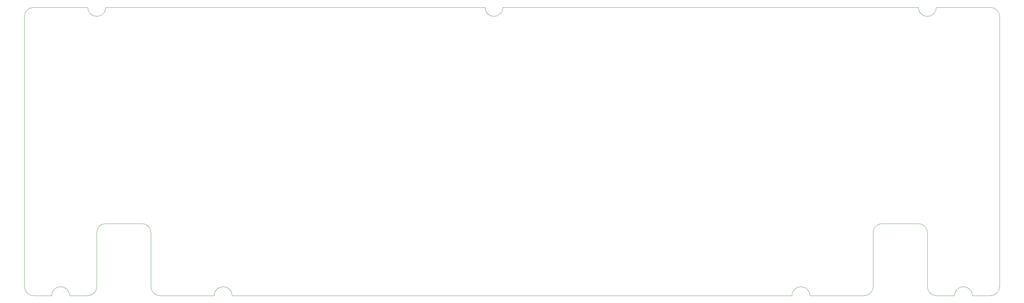
<source format=gbr>
%TF.GenerationSoftware,KiCad,Pcbnew,8.0.8*%
%TF.CreationDate,2025-04-30T11:28:49+02:00*%
%TF.ProjectId,ampersand,616d7065-7273-4616-9e64-2e6b69636164,rev?*%
%TF.SameCoordinates,Original*%
%TF.FileFunction,Profile,NP*%
%FSLAX46Y46*%
G04 Gerber Fmt 4.6, Leading zero omitted, Abs format (unit mm)*
G04 Created by KiCad (PCBNEW 8.0.8) date 2025-04-30 11:28:49*
%MOMM*%
%LPD*%
G01*
G04 APERTURE LIST*
%TA.AperFunction,Profile*%
%ADD10C,0.070555*%
%TD*%
G04 APERTURE END LIST*
D10*
X257969752Y-100806603D02*
X262733976Y-100806604D01*
X272257330Y-24606250D02*
G75*
G02*
X274637350Y-26986242I970J-2379050D01*
G01*
X143667556Y-24606249D02*
G75*
G02*
X138906724Y-24606250I-2380416J-351D01*
G01*
X17461840Y-98426610D02*
X17461151Y-26986242D01*
X53181338Y-100806603D02*
G75*
G02*
X50799497Y-98425354I362J2382203D01*
G01*
X50799496Y-98425354D02*
X50800659Y-84136501D01*
X19841144Y-24604400D02*
X34131250Y-24606250D01*
X262733976Y-100806604D02*
G75*
G02*
X267494824Y-100806603I2380424J304D01*
G01*
X274637323Y-98424070D02*
G75*
G02*
X272257330Y-100805923I-2380923J-930D01*
G01*
X257968075Y-24606249D02*
G75*
G02*
X253207325Y-24606250I-2380375J-351D01*
G01*
X257969752Y-100806603D02*
G75*
G02*
X255587897Y-98426610I-952J2380903D01*
G01*
X36511243Y-84136502D02*
G75*
G02*
X38891236Y-81754653I2380917J932D01*
G01*
X24607899Y-100806604D02*
X19843682Y-100806910D01*
X17461151Y-26986242D02*
G75*
G02*
X19841144Y-24604401I2380909J932D01*
G01*
X255589089Y-84136502D02*
X255587910Y-98426610D01*
X38892078Y-24606249D02*
G75*
G02*
X34131242Y-24606250I-2380418J-351D01*
G01*
X38892078Y-24606249D02*
X138906728Y-24606250D01*
X241299662Y-84136502D02*
X241299662Y-98424761D01*
X36512500Y-98424070D02*
G75*
G02*
X34131251Y-100805910I-2382170J330D01*
G01*
X274637323Y-98424070D02*
X274637324Y-26986242D01*
X224632112Y-100806603D02*
X238919669Y-100806603D01*
X67470599Y-100806604D02*
G75*
G02*
X72231421Y-100806603I2380411J354D01*
G01*
X36511243Y-84136502D02*
X36512500Y-98424070D01*
X67470599Y-100806604D02*
X53181338Y-100806603D01*
X241299662Y-84136502D02*
G75*
G02*
X243679655Y-81754662I2380938J902D01*
G01*
X143667556Y-24606249D02*
X253207247Y-24606250D01*
X257968075Y-24606249D02*
X272257330Y-24606250D01*
X253207247Y-81756509D02*
G75*
G02*
X255589091Y-84136502I953J-2380891D01*
G01*
X243679655Y-81754660D02*
X253207247Y-81756509D01*
X241299662Y-98424761D02*
G75*
G02*
X238919669Y-100806662I-2380962J-939D01*
G01*
X219871284Y-100806604D02*
G75*
G02*
X224632116Y-100806603I2380416J304D01*
G01*
X267494804Y-100806603D02*
X272257330Y-100805912D01*
X48418817Y-81756508D02*
G75*
G02*
X50800592Y-84136501I883J-2380892D01*
G01*
X219871284Y-100806604D02*
X72231427Y-100806603D01*
X48418817Y-81756508D02*
X38891236Y-81754660D01*
X24607899Y-100806604D02*
G75*
G02*
X29368721Y-100806603I2380411J354D01*
G01*
X19843682Y-100806910D02*
G75*
G02*
X17461841Y-98426610I68J2381910D01*
G01*
X29368727Y-100806603D02*
X34131251Y-100805912D01*
M02*

</source>
